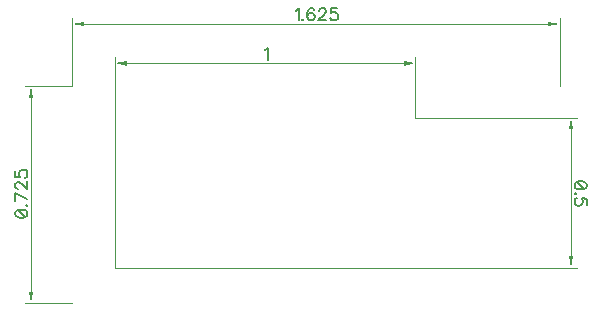
<source format=gbr>
G04 DipTrace 2.4.0.2*
%INTopDimension.gbr*%
%MOIN*%
%ADD13C,0.0015*%
%ADD44C,0.0062*%
%FSLAX44Y44*%
G04*
G70*
G90*
G75*
G01*
%LNTopDimension*%
%LPD*%
X5378Y5190D2*
D13*
Y12200D1*
X15381Y10195D2*
Y12200D1*
X10379Y12003D2*
X5771D1*
G36*
X5378D2*
X5771Y12082D1*
Y11925D1*
X5378Y12003D1*
G37*
X10379D2*
D13*
X14987D1*
G36*
X15381D2*
X14987Y11925D1*
Y12082D1*
X15381Y12003D1*
G37*
Y10195D2*
D13*
X20764D1*
X5378Y5190D2*
X20764D1*
X20567Y7693D2*
Y9801D1*
G36*
Y10195D2*
X20645Y9801D1*
X20488D1*
X20567Y10195D1*
G37*
Y7693D2*
D13*
Y5584D1*
G36*
Y5190D2*
X20488Y5584D1*
X20645D1*
X20567Y5190D1*
G37*
X3940Y11253D2*
D13*
Y13513D1*
X20192Y11253D2*
Y13513D1*
X12066Y13316D2*
X4334D1*
G36*
X3940D2*
X4334Y13395D1*
Y13237D1*
X3940Y13316D1*
G37*
X12066D2*
D13*
X19798D1*
G36*
X20192D2*
X19798Y13237D1*
Y13395D1*
X20192Y13316D1*
G37*
X3940Y11253D2*
D13*
X2368D1*
X3940Y4003D2*
X2368D1*
X2565Y7628D2*
Y10860D1*
G36*
Y11253D2*
X2644Y10860D1*
X2486D1*
X2565Y11253D1*
G37*
Y7628D2*
D13*
Y4396D1*
G36*
Y4003D2*
X2486Y4396D1*
X2644D1*
X2565Y4003D1*
G37*
X10362Y12450D2*
D44*
X10401Y12470D1*
X10458Y12527D1*
Y12125D1*
X21090Y7957D2*
X21071Y8015D1*
X21014Y8053D1*
X20918Y8072D1*
X20861D1*
X20765Y8053D1*
X20708Y8015D1*
X20689Y7957D1*
Y7919D1*
X20708Y7862D1*
X20765Y7824D1*
X20861Y7804D1*
X20918D1*
X21014Y7824D1*
X21071Y7862D1*
X21090Y7919D1*
Y7957D1*
X21014Y7824D2*
X20765Y8053D1*
X20727Y7662D2*
X20708Y7681D1*
X20689Y7662D1*
X20708Y7642D1*
X20727Y7662D1*
X21090Y7289D2*
Y7481D1*
X20918Y7500D1*
X20937Y7481D1*
X20957Y7423D1*
Y7366D1*
X20937Y7309D1*
X20899Y7270D1*
X20842Y7251D1*
X20804D1*
X20746Y7270D1*
X20708Y7309D1*
X20689Y7366D1*
Y7423D1*
X20708Y7481D1*
X20727Y7500D1*
X20765Y7519D1*
X11390Y13763D2*
X11429Y13783D1*
X11486Y13840D1*
Y13438D1*
X11629Y13477D2*
X11610Y13457D1*
X11629Y13438D1*
X11648Y13457D1*
X11629Y13477D1*
X12001Y13783D2*
X11982Y13821D1*
X11925Y13840D1*
X11887D1*
X11829Y13821D1*
X11791Y13763D1*
X11772Y13668D1*
Y13572D1*
X11791Y13496D1*
X11829Y13457D1*
X11887Y13438D1*
X11906D1*
X11963Y13457D1*
X12001Y13496D1*
X12020Y13553D1*
Y13572D1*
X12001Y13630D1*
X11963Y13668D1*
X11906Y13687D1*
X11887D1*
X11829Y13668D1*
X11791Y13630D1*
X11772Y13572D1*
X12163Y13744D2*
Y13763D1*
X12182Y13802D1*
X12201Y13821D1*
X12240Y13840D1*
X12316D1*
X12354Y13821D1*
X12373Y13802D1*
X12393Y13763D1*
Y13725D1*
X12373Y13687D1*
X12335Y13630D1*
X12144Y13438D1*
X12412D1*
X12765Y13840D2*
X12574D1*
X12555Y13668D1*
X12574Y13687D1*
X12631Y13706D1*
X12688D1*
X12746Y13687D1*
X12784Y13649D1*
X12803Y13591D1*
Y13553D1*
X12784Y13496D1*
X12746Y13457D1*
X12688Y13438D1*
X12631D1*
X12574Y13457D1*
X12555Y13477D1*
X12535Y13515D1*
X2041Y6972D2*
X2060Y6914D1*
X2118Y6876D1*
X2213Y6857D1*
X2271D1*
X2366Y6876D1*
X2424Y6914D1*
X2443Y6972D1*
Y7010D1*
X2424Y7067D1*
X2366Y7105D1*
X2271Y7125D1*
X2213D1*
X2118Y7105D1*
X2060Y7067D1*
X2041Y7010D1*
Y6972D1*
X2118Y7105D2*
X2366Y6876D1*
X2404Y7267D2*
X2424Y7248D1*
X2443Y7267D1*
X2424Y7287D1*
X2404Y7267D1*
X2443Y7487D2*
X2041Y7678D1*
Y7410D1*
X2137Y7821D2*
X2118D1*
X2079Y7840D1*
X2060Y7859D1*
X2041Y7897D1*
Y7974D1*
X2060Y8012D1*
X2079Y8031D1*
X2118Y8050D1*
X2156D1*
X2194Y8031D1*
X2251Y7993D1*
X2443Y7802D1*
Y8069D1*
X2041Y8422D2*
Y8231D1*
X2213Y8212D1*
X2194Y8231D1*
X2175Y8289D1*
Y8346D1*
X2194Y8403D1*
X2232Y8442D1*
X2290Y8461D1*
X2328D1*
X2385Y8442D1*
X2424Y8403D1*
X2443Y8346D1*
Y8289D1*
X2424Y8231D1*
X2404Y8212D1*
X2366Y8193D1*
M02*

</source>
